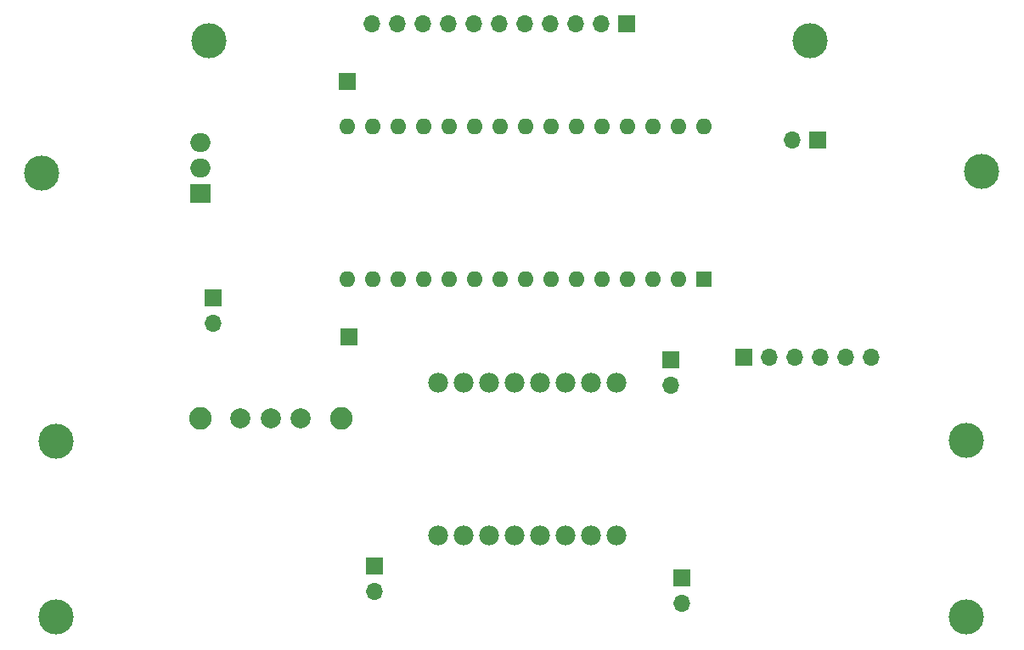
<source format=gbr>
%TF.GenerationSoftware,KiCad,Pcbnew,8.0.0*%
%TF.CreationDate,2024-07-04T13:25:56-03:00*%
%TF.ProjectId,LineFollowerRCX,4c696e65-466f-46c6-9c6f-776572524358,rev?*%
%TF.SameCoordinates,Original*%
%TF.FileFunction,Copper,L1,Top*%
%TF.FilePolarity,Positive*%
%FSLAX46Y46*%
G04 Gerber Fmt 4.6, Leading zero omitted, Abs format (unit mm)*
G04 Created by KiCad (PCBNEW 8.0.0) date 2024-07-04 13:25:56*
%MOMM*%
%LPD*%
G01*
G04 APERTURE LIST*
%TA.AperFunction,ComponentPad*%
%ADD10C,2.250000*%
%TD*%
%TA.AperFunction,ComponentPad*%
%ADD11C,2.000000*%
%TD*%
%TA.AperFunction,ComponentPad*%
%ADD12C,1.980000*%
%TD*%
%TA.AperFunction,ComponentPad*%
%ADD13R,1.700000X1.700000*%
%TD*%
%TA.AperFunction,ComponentPad*%
%ADD14R,1.600000X1.600000*%
%TD*%
%TA.AperFunction,ComponentPad*%
%ADD15O,1.600000X1.600000*%
%TD*%
%TA.AperFunction,ComponentPad*%
%ADD16O,1.700000X1.700000*%
%TD*%
%TA.AperFunction,ComponentPad*%
%ADD17R,2.000000X1.905000*%
%TD*%
%TA.AperFunction,ComponentPad*%
%ADD18O,2.000000X1.905000*%
%TD*%
%TA.AperFunction,ViaPad*%
%ADD19C,3.500000*%
%TD*%
G04 APERTURE END LIST*
D10*
%TO.P,S1,P$5*%
%TO.N,N/C*%
X157551624Y-130556000D03*
%TO.P,S1,P$4*%
X171551624Y-130556000D03*
D11*
%TO.P,S1,3*%
%TO.N,GND*%
X161551624Y-130556000D03*
%TO.P,S1,2*%
%TO.N,Net-(U1-VM)*%
X164551624Y-130556000D03*
%TO.P,S1,1*%
%TO.N,Net-(Bateria1-+)*%
X167551624Y-130556000D03*
%TD*%
D12*
%TO.P,U1,16,PWMA*%
%TO.N,Net-(A2-D2)*%
X199000624Y-127000000D03*
%TO.P,U1,15,AI2*%
%TO.N,Net-(A2-D3)*%
X196460624Y-127000000D03*
%TO.P,U1,14,AI1*%
%TO.N,Net-(A2-D4)*%
X193920624Y-127000000D03*
%TO.P,U1,13,STBY*%
%TO.N,Net-(A2-D5)*%
X191380624Y-127000000D03*
%TO.P,U1,12,BI1*%
%TO.N,Net-(A2-D8)*%
X188840624Y-127000000D03*
%TO.P,U1,11,BI2*%
%TO.N,Net-(A2-D9)*%
X186300624Y-127000000D03*
%TO.P,U1,10,PWMB*%
%TO.N,Net-(A2-D11)*%
X183760624Y-127000000D03*
%TO.P,U1,9,GND__2*%
%TO.N,unconnected-(U1-GND__2-Pad9)*%
X181220624Y-127000000D03*
%TO.P,U1,8,GND__1*%
%TO.N,GND*%
X181220624Y-142240000D03*
%TO.P,U1,7,B01*%
%TO.N,Net-(J2-+)*%
X183760624Y-142240000D03*
%TO.P,U1,6,B02*%
%TO.N,Net-(J2--)*%
X186300624Y-142240000D03*
%TO.P,U1,5,A02*%
%TO.N,Net-(J3--)*%
X188840624Y-142240000D03*
%TO.P,U1,4,A01*%
%TO.N,Net-(J3-+)*%
X191380624Y-142240000D03*
%TO.P,U1,3,GND*%
%TO.N,unconnected-(U1-GND-Pad3)*%
X193920624Y-142240000D03*
%TO.P,U1,2,VCC*%
%TO.N,Alimenta\u00E7\u00E3o sensores*%
X196460624Y-142240000D03*
%TO.P,U1,1,VM*%
%TO.N,Net-(U1-VM)*%
X199000624Y-142240000D03*
%TD*%
D13*
%TO.P,J7,1,Pin_1*%
%TO.N,Net-(A2-D13)*%
X172203624Y-96901000D03*
%TD*%
%TO.P,J8,1,Pin_1*%
%TO.N,Net-(A2-D12)*%
X172330624Y-122428000D03*
%TD*%
D14*
%TO.P,A2,1,D1/TX*%
%TO.N,Net-(A2-D1{slash}TX)*%
X207763624Y-116703000D03*
D15*
%TO.P,A2,2,D0/RX*%
%TO.N,Net-(A2-D0{slash}RX)*%
X205223624Y-116703000D03*
%TO.P,A2,3,~{RESET}*%
%TO.N,unconnected-(A2-~{RESET}-Pad3)*%
X202683624Y-116703000D03*
%TO.P,A2,4,GND*%
%TO.N,GND*%
X200143624Y-116703000D03*
%TO.P,A2,5,D2*%
%TO.N,Net-(A2-D2)*%
X197603624Y-116703000D03*
%TO.P,A2,6,D3*%
%TO.N,Net-(A2-D3)*%
X195063624Y-116703000D03*
%TO.P,A2,7,D4*%
%TO.N,Net-(A2-D4)*%
X192523624Y-116703000D03*
%TO.P,A2,8,D5*%
%TO.N,Net-(A2-D5)*%
X189983624Y-116703000D03*
%TO.P,A2,9,D6*%
%TO.N,unconnected-(A2-D6-Pad9)*%
X187443624Y-116703000D03*
%TO.P,A2,10,D7*%
%TO.N,unconnected-(A2-D7-Pad10)*%
X184903624Y-116703000D03*
%TO.P,A2,11,D8*%
%TO.N,Net-(A2-D8)*%
X182363624Y-116703000D03*
%TO.P,A2,12,D9*%
%TO.N,Net-(A2-D9)*%
X179823624Y-116703000D03*
%TO.P,A2,13,D10*%
%TO.N,unconnected-(A2-D10-Pad13)*%
X177283624Y-116703000D03*
%TO.P,A2,14,D11*%
%TO.N,Net-(A2-D11)*%
X174743624Y-116703000D03*
%TO.P,A2,15,D12*%
%TO.N,Net-(A2-D12)*%
X172203624Y-116703000D03*
%TO.P,A2,16,D13*%
%TO.N,Net-(A2-D13)*%
X172203624Y-101463000D03*
%TO.P,A2,17,3V3*%
%TO.N,unconnected-(A2-3V3-Pad17)*%
X174743624Y-101463000D03*
%TO.P,A2,18,AREF*%
%TO.N,unconnected-(A2-AREF-Pad18)*%
X177283624Y-101463000D03*
%TO.P,A2,19,A0*%
%TO.N,Net-(A2-A0)*%
X179823624Y-101463000D03*
%TO.P,A2,20,A1*%
%TO.N,Net-(A2-A1)*%
X182363624Y-101463000D03*
%TO.P,A2,21,A2*%
%TO.N,Net-(A2-A2)*%
X184903624Y-101463000D03*
%TO.P,A2,22,A3*%
%TO.N,Net-(A2-A3)*%
X187443624Y-101463000D03*
%TO.P,A2,23,A4*%
%TO.N,Net-(A2-A4)*%
X189983624Y-101463000D03*
%TO.P,A2,24,A5*%
%TO.N,Net-(A2-A5)*%
X192523624Y-101463000D03*
%TO.P,A2,25,A6*%
%TO.N,Net-(A2-A6)*%
X195063624Y-101463000D03*
%TO.P,A2,26,A7*%
%TO.N,Net-(A2-A7)*%
X197603624Y-101463000D03*
%TO.P,A2,27,+5V*%
%TO.N,Alimenta\u00E7\u00E3o sensores*%
X200143624Y-101463000D03*
%TO.P,A2,28,~{RESET}*%
%TO.N,unconnected-(A2-~{RESET}-Pad28)*%
X202683624Y-101463000D03*
%TO.P,A2,29,GND*%
%TO.N,GND*%
X205223624Y-101463000D03*
%TO.P,A2,30,VIN*%
%TO.N,Bateria Arduino*%
X207763624Y-101463000D03*
%TD*%
D16*
%TO.P,J9,2,Pin_2*%
%TO.N,Alimenta\u00E7\u00E3o sensores*%
X216526624Y-102743000D03*
D13*
%TO.P,J9,1,Pin_1*%
X219066624Y-102743000D03*
%TD*%
D16*
%TO.P,Bateria1,2,-*%
%TO.N,GND*%
X158843624Y-121051000D03*
D13*
%TO.P,Bateria1,1,+*%
%TO.N,Net-(Bateria1-+)*%
X158843624Y-118511000D03*
%TD*%
D16*
%TO.P,J1,11,Pin_11*%
%TO.N,GND*%
X174616624Y-91186000D03*
%TO.P,J1,10,Pin_10*%
%TO.N,unconnected-(J1-Pin_10-Pad10)*%
X177156624Y-91186000D03*
%TO.P,J1,9,Pin_9*%
%TO.N,Net-(A2-A0)*%
X179696624Y-91186000D03*
%TO.P,J1,8,Pin_8*%
%TO.N,Net-(A2-A1)*%
X182236624Y-91186000D03*
%TO.P,J1,7,Pin_7*%
%TO.N,Net-(A2-A2)*%
X184776624Y-91186000D03*
%TO.P,J1,6,Pin_6*%
%TO.N,Net-(A2-A3)*%
X187316624Y-91186000D03*
%TO.P,J1,5,Pin_5*%
%TO.N,Net-(A2-A4)*%
X189856624Y-91186000D03*
%TO.P,J1,4,Pin_4*%
%TO.N,Net-(A2-A5)*%
X192396624Y-91186000D03*
%TO.P,J1,3,Pin_3*%
%TO.N,Net-(A2-A6)*%
X194936624Y-91186000D03*
%TO.P,J1,2,Pin_2*%
%TO.N,Net-(A2-A7)*%
X197476624Y-91186000D03*
D13*
%TO.P,J1,1,Pin_1*%
%TO.N,Alimenta\u00E7\u00E3o sensores*%
X200016624Y-91186000D03*
%TD*%
D16*
%TO.P,J2,2,-*%
%TO.N,Net-(J2--)*%
X174870624Y-147828000D03*
D13*
%TO.P,J2,1,+*%
%TO.N,Net-(J2-+)*%
X174870624Y-145288000D03*
%TD*%
D17*
%TO.P,U2,1,VI*%
%TO.N,Net-(U1-VM)*%
X157542624Y-108077000D03*
D18*
%TO.P,U2,2,GND*%
%TO.N,GND*%
X157542624Y-105537000D03*
%TO.P,U2,3,VO*%
%TO.N,Bateria Arduino*%
X157542624Y-102997000D03*
%TD*%
D16*
%TO.P,J4,6,EN*%
%TO.N,unconnected-(J4-EN-Pad6)*%
X224400624Y-124460000D03*
%TO.P,J4,5,VCC*%
%TO.N,Alimenta\u00E7\u00E3o sensores*%
X221860624Y-124460000D03*
%TO.P,J4,4,GND*%
%TO.N,GND*%
X219320624Y-124460000D03*
%TO.P,J4,3,TX*%
%TO.N,Net-(A2-D1{slash}TX)*%
X216780624Y-124460000D03*
%TO.P,J4,2,RX*%
%TO.N,Net-(A2-D0{slash}RX)*%
X214240624Y-124460000D03*
D13*
%TO.P,J4,1,State*%
%TO.N,unconnected-(J4-State-Pad1)*%
X211700624Y-124460000D03*
%TD*%
D16*
%TO.P,J3,2,-*%
%TO.N,Net-(J3--)*%
X205579624Y-148991000D03*
D13*
%TO.P,J3,1,+*%
%TO.N,Net-(J3-+)*%
X205579624Y-146451000D03*
%TD*%
D16*
%TO.P,J10,2,Pin_2*%
%TO.N,GND*%
X204461624Y-127254000D03*
D13*
%TO.P,J10,1,Pin_1*%
X204461624Y-124714000D03*
%TD*%
D19*
%TO.N,*%
X235458000Y-105918000D03*
X143120624Y-150368000D03*
X158360624Y-92837000D03*
X218304624Y-92837000D03*
X143120624Y-132842000D03*
X141732000Y-106045000D03*
X233925624Y-132715000D03*
X233925624Y-150368000D03*
%TD*%
M02*

</source>
